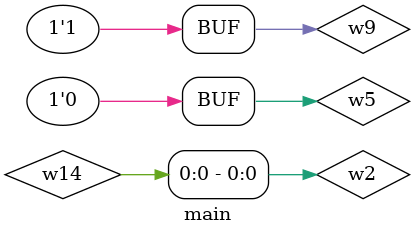
<source format=v>

`timescale 1ns/1ns

module main;    //: root_module
reg [7:0] w6;    //: /sn:0 {0}(#:246,116)(246,147){1}
//: {2}(#:248,149)(663,149)(663,93){3}
//: {4}(246,151)(246,231)(345,231)(345,244){5}
reg [7:0] w7;    //: /sn:0 {0}(#:391,123)(391,147)(390,147)(390,151){1}
//: {2}(#:392,153)(517,153)(517,94){3}
//: {4}(390,155)(390,234)(377,234)(377,244){5}
supply0 w5;    //: /sn:0 {0}(283,351)(283,325)(200,325)(200,330){1}
supply1 w9;    //: /sn:0 {0}(385,258)(405,258)(405,316)(430,316)(430,338){1}
//: {2}(432,340)(473,340)(473,303){3}
//: {4}(430,342)(430,365)(323,365){5}
wire w14;    //: /sn:0 {0}(557,259)(557,388)(336,388)(336,476)(350,476){1}
//: {2}(354,476)(368,476){3}
//: {4}(352,474)(352,338){5}
//: {6}(352,478)(352,528)(412,528)(412,538)(429,538){7}
wire w4;    //: /sn:0 {0}(337,258)(322,258){1}
wire [7:0] w15;    //: /sn:0 {0}(468,462)(448,462)(#:448,451)(#:433,451){1}
wire w3;    //: /sn:0 {0}(257,365)(275,365){1}
wire [7:0] w21;    //: /sn:0 {0}(#:299,380)(299,533)(#:429,533){1}
wire [7:0] w1;    //: /sn:0 {0}(#:489,465)(613,465)(#:613,268){1}
wire w8;    //: /sn:0 {0}(384,476)(405,476)(405,453)(412,453){1}
wire [7:0] w18;    //: /sn:0 {0}(468,467)(465,467)(#:465,536)(#:450,536){1}
wire [7:0] w2;    //: /sn:0 {0}(#:412,448)(382,448)(382,322)(365,322)(365,334)(352,334){1}
//: {2}(351,334)(339,334)(339,293){3}
//: {4}(341,291)(361,291)(#:361,273){5}
//: {6}(337,291)(315,291)(315,351){7}
//: enddecls

  _GGNBUF #(2) g4 (.I(w14), .Z(w8));   //: @(374,476) /sn:0 /w:[ 3 0 ]
  //: LED g8 (w14) @(557,252) /sn:0 /w:[ 0 ] /type:0
  //: DIP g3 (w7) @(391,113) /sn:0 /w:[ 0 ] /st:6 /dn:1
  //: DIP g2 (w6) @(246,106) /sn:0 /w:[ 0 ] /st:4 /dn:1
  //: LED g1 (w1) @(613,261) /sn:0 /w:[ 1 ] /type:3
  //: VDD g11 (w9) @(484,303) /sn:0 /w:[ 3 ]
  //: GROUND g16 (w5) @(200,336) /sn:0 /w:[ 1 ]
  _GGAND2x8 #(6) g10 (.I0(w2), .I1({8{w8}}), .Z(w15));   //: @(423,451) /sn:0 /w:[ 0 1 1 ]
  //: joint g6 (w2) @(339, 291) /w:[ 4 -1 6 3 ]
  //: joint g7 (w14) @(352, 476) /w:[ 2 4 1 6 ]
  _GGOR2x8 #(6) g9 (.I0(w15), .I1(w18), .Z(w1));   //: @(479,465) /sn:0 /w:[ 0 0 0 ]
  //: comment g15 @(515,197) /sn:0
  //: /line:"Most significant bit (-)"
  //: /line:"          |"
  //: /line:"          v"
  //: /end
  assign w14 = w2[0]; //: TAP g17 @(352,332) /sn:0 /R:1 /w:[ 5 2 1 ] /ss:1
  //: joint g25 (w7) @(390, 153) /w:[ 2 1 -1 4 ]
  _GGADD8 #(70, 72, 62, 64) g5 (.A(w5), .B(~w2), .S(w21), .CI(w9), .CO(w3));   //: @(299,367) /sn:0 /w:[ 0 7 0 5 1 ]
  _GGAND2x8 #(6) g14 (.I0(w21), .I1({8{w14}}), .Z(w18));   //: @(440,536) /sn:0 /w:[ 1 7 1 ]
  //: comment g21 @(564,159) /sn:0
  //: /line:"-------"
  //: /line:"-------"
  //: /end
  //: joint g24 (w6) @(246, 149) /w:[ 2 1 -1 4 ]
  //: LED g23 (w7) @(517,87) /sn:0 /w:[ 3 ] /type:3
  _GGADD8 #(70, 72, 62, 64) g0 (.A(~w6), .B(w7), .S(w2), .CI(w9), .CO(w4));   //: @(361,260) /sn:0 /w:[ 5 5 5 0 0 ]
  //: LED g22 (w6) @(663,86) /sn:0 /w:[ 3 ] /type:3
  //: comment g26 @(572,70) /sn:0
  //: /line:"------"
  //: /line:""
  //: /end
  //: joint g12 (w9) @(430, 340) /w:[ 2 1 -1 4 ]

endmodule
//: /netlistEnd


</source>
